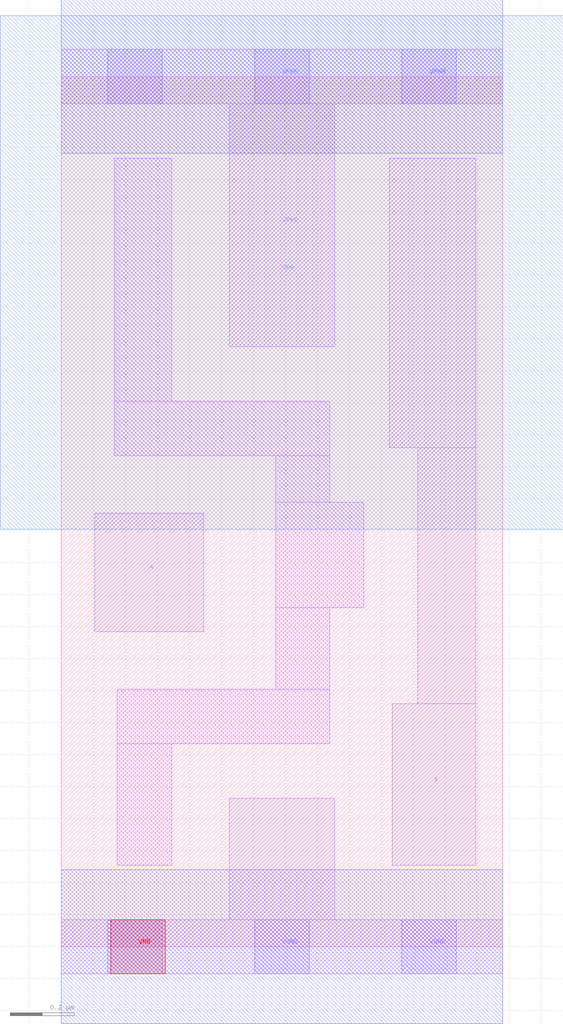
<source format=lef>
VERSION 5.7 ;
  NOWIREEXTENSIONATPIN ON ;
  DIVIDERCHAR "/" ;
  BUSBITCHARS "[]" ;
MACRO sky130_fd_sc_hd__buf_1
  CLASS CORE ;
  FOREIGN sky130_fd_sc_hd__buf_1 ;
  ORIGIN 0.000 0.000 ;
  SIZE 1.380 BY 2.720 ;
  SYMMETRY X Y R90 ;
  SITE unithd ;
  PIN A
    DIRECTION INPUT ;
    USE SIGNAL ;
    ANTENNAGATEAREA 0.196500 ;
    PORT
      LAYER li1 ;
        RECT 0.105 0.985 0.445 1.355 ;
    END
  END A
  PIN VGND
    DIRECTION INOUT ;
    USE GROUND ;
    SHAPE ABUTMENT ;
    PORT
      LAYER li1 ;
        RECT 0.525 0.085 0.855 0.465 ;
        RECT 0.000 -0.085 1.380 0.085 ;
      LAYER mcon ;
        RECT 0.145 -0.085 0.315 0.085 ;
        RECT 0.605 -0.085 0.775 0.085 ;
        RECT 1.065 -0.085 1.235 0.085 ;
      LAYER met1 ;
        RECT 0.000 -0.240 1.380 0.240 ;
    END
  END VGND
  PIN VNB
    DIRECTION INOUT ;
    USE GROUND ;
    PORT
      LAYER pwell ;
        RECT 0.155 -0.085 0.325 0.085 ;
    END
  END VNB
  PIN VPB
    DIRECTION INOUT ;
    USE POWER ;
    PORT
      LAYER nwell ;
        RECT -0.190 1.305 1.570 2.910 ;
    END
  END VPB
  PIN VPWR
    DIRECTION INOUT ;
    USE POWER ;
    SHAPE ABUTMENT ;
    PORT
      LAYER li1 ;
        RECT 0.000 2.635 1.380 2.805 ;
        RECT 0.525 1.875 0.855 2.635 ;
      LAYER mcon ;
        RECT 0.145 2.635 0.315 2.805 ;
        RECT 0.605 2.635 0.775 2.805 ;
        RECT 1.065 2.635 1.235 2.805 ;
      LAYER met1 ;
        RECT 0.000 2.480 1.380 2.960 ;
    END
  END VPWR
  PIN X
    DIRECTION OUTPUT ;
    USE SIGNAL ;
    ANTENNADIFFAREA 0.340600 ;
    PORT
      LAYER li1 ;
        RECT 1.025 1.560 1.295 2.465 ;
        RECT 1.115 0.760 1.295 1.560 ;
        RECT 1.035 0.255 1.295 0.760 ;
    END
  END X
  OBS
      LAYER li1 ;
        RECT 0.165 1.705 0.345 2.465 ;
        RECT 0.165 1.535 0.840 1.705 ;
        RECT 0.670 1.390 0.840 1.535 ;
        RECT 0.670 1.060 0.945 1.390 ;
        RECT 0.670 0.805 0.840 1.060 ;
        RECT 0.175 0.635 0.840 0.805 ;
        RECT 0.175 0.255 0.345 0.635 ;
  END
END sky130_fd_sc_hd__buf_1
END LIBRARY


</source>
